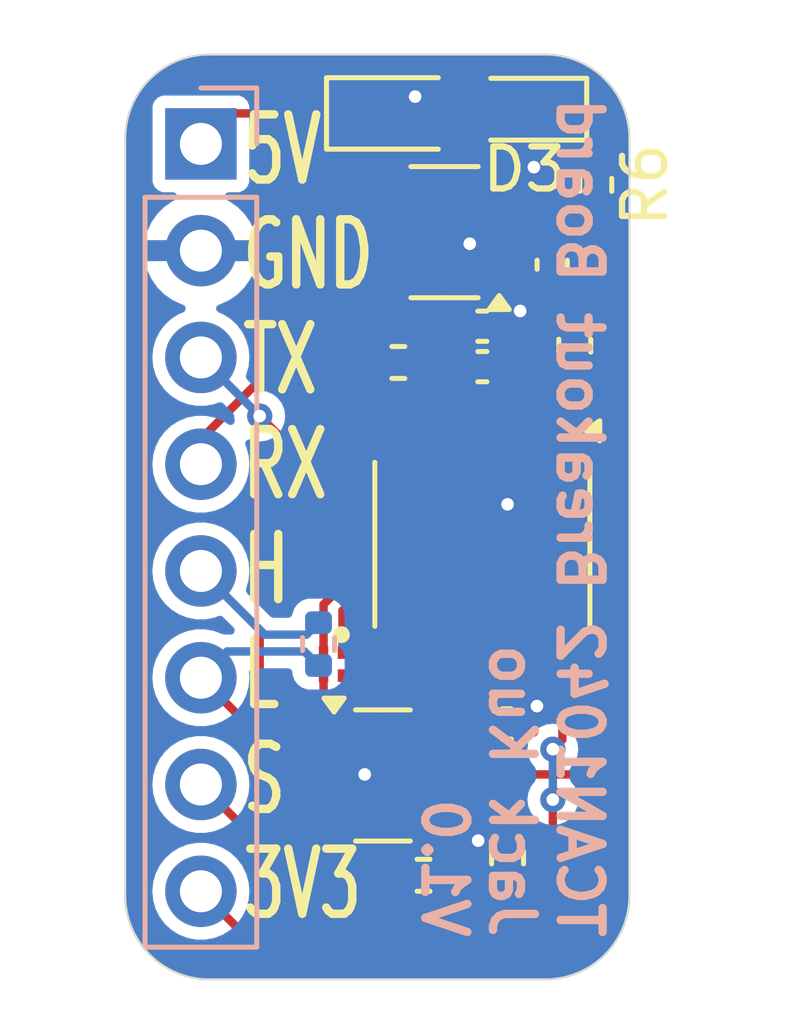
<source format=kicad_pcb>
(kicad_pcb (version 20240108) (generator "pcbnew") (generator_version "8.0")
  (title_block (title "TCAN1042 Breakout Board") (date "2024-11-18") (rev "1.0") (company "NTURacing") (comment 1 "Jack Kuo"))
  (layers (0 "F.Cu" signal) (31 "B.Cu" signal) (34 "B.Paste" user) (35 "F.Paste" user) (36 "B.SilkS" user "B.Silkscreen") (37 "F.SilkS" user "F.Silkscreen") (38 "B.Mask" user) (39 "F.Mask" user) (44 "Edge.Cuts" user))
  (net 0 "")
  (net 1 "GND")
  (net 2 "+5V")
  (net 3 "+3V3")
  (net 4 "/CANL")
  (net 5 "/CANH")
  (net 6 "Net-(U1-CANH)")
  (net 7 "Net-(U1-CANL)")
  (net 8 "/CAN_RX")
  (net 9 "/CAN_TX")
  (net 10 "/CAN_STB")
  (net 11 "Net-(U1-TXD)")
  (net 12 "Net-(U1-RXD)")
  (net 13 "Net-(U1-STB)")
  (net 14 "Net-(D3-K)")
  (footprint "LED_SMD:LED_0603_1608Metric" (layer "F.Cu") (at 104.5 51.3 180)
    (property "Reference" "D3" (at 0 -1.43 0) (layer "F.SilkS"))
    (property "Value" "RED LED")
    (fp_line (start 0.8 -0.735) (end -1.485 -0.735) (stroke (width 0.12)) (layer "F.SilkS"))
    (fp_line (start -1.485 0.735) (end 0.8 0.735) (stroke (width 0.12)) (layer "F.SilkS"))
    (fp_line (start -1.485 -0.735) (end -1.485 0.735) (stroke (width 0.12)) (layer "F.SilkS"))
    (pad "1" smd roundrect (at -0.7875 0 180) (size 0.875 0.95) (layers "F.Cu" "F.Paste" "F.Mask") (net 14 "Net-(D3-K)"))
    (pad "2" smd roundrect (at 0.7875 0 180) (size 0.875 0.95) (layers "F.Cu" "F.Paste" "F.Mask") (net 2 "+5V"))
  )
  (footprint "Capacitor_SMD:C_0402_1005Metric" (layer "F.Cu") (at 105.1625 55 90)
    (property "Reference" "C4" (hide yes))
    (property "Value" "1u")
    (fp_line (start -0.107836 -0.36) (end 0.107836 -0.36) (stroke (width 0.12)) (layer "F.SilkS"))
    (fp_line (start -0.107836 0.36) (end 0.107836 0.36) (stroke (width 0.12)) (layer "F.SilkS"))
    (pad "1" smd roundrect (at -0.48 0 90) (size 0.56 0.62) (layers "F.Cu" "F.Paste" "F.Mask") (net 1 "GND"))
    (pad "2" smd roundrect (at 0.48 0 90) (size 0.56 0.62) (layers "F.Cu" "F.Paste" "F.Mask") (net 3 "+3V3"))
  )
  (footprint "SamacSys_Parts_EP6:EXCX4CE900U" (layer "F.Cu") (at 99.945 64.5 180)
    (property "Reference" "FL1" (hide yes))
    (property "Value" "EXCX4CE900U" (hide yes))
    (fp_line (start -0.1 0.7) (end -0.1 0.7) (stroke (width 0.2)) (layer "F.SilkS"))
    (fp_line (start -0.3 0.7) (end -0.3 0.7) (stroke (width 0.2)) (layer "F.SilkS"))
    (fp_arc (start -0.1 0.7) (mid -0.2 0.8) (end -0.3 0.7) (stroke (width 0.2)) (layer "F.SilkS"))
    (fp_arc (start -0.3 0.7) (mid -0.2 0.6) (end -0.1 0.7) (stroke (width 0.2)) (layer "F.SilkS"))
    (pad "1" smd rect (at -0.225 0.275 180) (size 0.225 0.3) (layers "F.Cu" "F.Paste" "F.Mask") (net 7 "Net-(U1-CANL)"))
    (pad "2" smd rect (at 0.225 0.275 180) (size 0.225 0.3) (layers "F.Cu" "F.Paste" "F.Mask") (net 6 "Net-(U1-CANH)"))
    (pad "3" smd rect (at 0.225 -0.275 180) (size 0.225 0.3) (layers "F.Cu" "F.Paste" "F.Mask") (net 5 "/CANH"))
    (pad "4" smd rect (at -0.225 -0.275 180) (size 0.225 0.3) (layers "F.Cu" "F.Paste" "F.Mask") (net 4 "/CANL"))
  )
  (footprint "Capacitor_SMD:C_0402_1005Metric" (layer "F.Cu") (at 103.5 57.425)
    (property "Reference" "C1" (hide yes))
    (property "Value" "0u1")
    (fp_line (start -0.107836 -0.36) (end 0.107836 -0.36) (stroke (width 0.12)) (layer "F.SilkS"))
    (fp_line (start -0.107836 0.36) (end 0.107836 0.36) (stroke (width 0.12)) (layer "F.SilkS"))
    (pad "1" smd roundrect (at -0.48 0) (size 0.56 0.62) (layers "F.Cu" "F.Paste" "F.Mask") (net 2 "+5V"))
    (pad "2" smd roundrect (at 0.48 0) (size 0.56 0.62) (layers "F.Cu" "F.Paste" "F.Mask") (net 1 "GND"))
  )
  (footprint "Package_TO_SOT_SMD:SOT-23" (layer "F.Cu") (at 101.1325 67.15)
    (property "Reference" "D1" (hide yes))
    (property "Value" "NUP2105L")
    (fp_line (start 0 -1.56) (end -0.65 -1.56) (stroke (width 0.12)) (layer "F.SilkS"))
    (fp_line (start 0 -1.56) (end 0.65 -1.56) (stroke (width 0.12)) (layer "F.SilkS"))
    (fp_line (start 0 1.56) (end -0.65 1.56) (stroke (width 0.12)) (layer "F.SilkS"))
    (fp_line (start 0 1.56) (end 0.65 1.56) (stroke (width 0.12)) (layer "F.SilkS"))
    (fp_poly (pts (xy -1.1625 -1.51) (xy -1.4025 -1.84) (xy -0.9225 -1.84) (xy -1.1625 -1.51)) (stroke (width 0.12)) (fill solid) (layer "F.SilkS"))
    (pad "1" smd roundrect (at -0.9375 -0.95) (size 1.475 0.6) (layers "F.Cu" "F.Paste" "F.Mask") (net 5 "/CANH"))
    (pad "2" smd roundrect (at -0.9375 0.95) (size 1.475 0.6) (layers "F.Cu" "F.Paste" "F.Mask") (net 4 "/CANL"))
    (pad "3" smd roundrect (at 0.9375 0) (size 1.475 0.6) (layers "F.Cu" "F.Paste" "F.Mask") (net 1 "GND"))
  )
  (footprint "Resistor_SMD:R_0402_1005Metric" (layer "F.Cu") (at 102.1 69.525)
    (property "Reference" "R3" (hide yes))
    (property "Value" "100R")
    (fp_line (start -0.153641 -0.38) (end 0.153641 -0.38) (stroke (width 0.12)) (layer "F.SilkS"))
    (fp_line (start -0.153641 0.38) (end 0.153641 0.38) (stroke (width 0.12)) (layer "F.SilkS"))
    (pad "1" smd roundrect (at -0.51 0) (size 0.54 0.64) (layers "F.Cu" "F.Paste" "F.Mask") (net 10 "/CAN_STB"))
    (pad "2" smd roundrect (at 0.51 0) (size 0.54 0.64) (layers "F.Cu" "F.Paste" "F.Mask") (net 13 "Net-(U1-STB)"))
  )
  (footprint "Capacitor_SMD:C_0402_1005Metric" (layer "F.Cu") (at 103.5 56.4625 180)
    (property "Reference" "C3" (hide yes))
    (property "Value" "1u")
    (fp_line (start -0.107836 0.36) (end 0.107836 0.36) (stroke (width 0.12)) (layer "F.SilkS"))
    (fp_line (start -0.107836 -0.36) (end 0.107836 -0.36) (stroke (width 0.12)) (layer "F.SilkS"))
    (pad "1" smd roundrect (at -0.48 0 180) (size 0.56 0.62) (layers "F.Cu" "F.Paste" "F.Mask") (net 1 "GND"))
    (pad "2" smd roundrect (at 0.48 0 180) (size 0.56 0.62) (layers "F.Cu" "F.Paste" "F.Mask") (net 2 "+5V"))
  )
  (footprint "Package_SO:SOIC-8_3.9x4.9mm_P1.27mm" (layer "F.Cu") (at 103.5 61.65 -90)
    (property "Reference" "U1" (hide yes))
    (property "Value" "TCAN1042VDRQ1")
    (fp_line (start 0 2.56) (end -1.95 2.56) (stroke (width 0.12)) (layer "F.SilkS"))
    (fp_line (start 0 2.56) (end 1.95 2.56) (stroke (width 0.12)) (layer "F.SilkS"))
    (fp_line (start 0 -2.56) (end -1.95 -2.56) (stroke (width 0.12)) (layer "F.SilkS"))
    (fp_line (start 0 -2.56) (end 1.95 -2.56) (stroke (width 0.12)) (layer "F.SilkS"))
    (fp_poly (pts (xy -2.7 -2.465) (xy -2.94 -2.795) (xy -2.46 -2.795) (xy -2.7 -2.465)) (stroke (width 0.12)) (fill solid) (layer "F.SilkS"))
    (pad "1" smd roundrect (at -2.475 -1.905 270) (size 1.95 0.6) (layers "F.Cu" "F.Paste" "F.Mask") (net 11 "Net-(U1-TXD)"))
    (pad "2" smd roundrect (at -2.475 -0.635 270) (size 1.95 0.6) (layers "F.Cu" "F.Paste" "F.Mask") (net 1 "GND"))
    (pad "3" smd roundrect (at -2.475 0.635 270) (size 1.95 0.6) (layers "F.Cu" "F.Paste" "F.Mask") (net 2 "+5V"))
    (pad "4" smd roundrect (at -2.475 1.905 270) (size 1.95 0.6) (layers "F.Cu" "F.Paste" "F.Mask") (net 12 "Net-(U1-RXD)"))
    (pad "5" smd roundrect (at 2.475 1.905 270) (size 1.95 0.6) (layers "F.Cu" "F.Paste" "F.Mask") (net 3 "+3V3"))
    (pad "6" smd roundrect (at 2.475 0.635 270) (size 1.95 0.6) (layers "F.Cu" "F.Paste" "F.Mask") (net 7 "Net-(U1-CANL)"))
    (pad "7" smd roundrect (at 2.475 -0.635 270) (size 1.95 0.6) (layers "F.Cu" "F.Paste" "F.Mask") (net 6 "Net-(U1-CANH)"))
    (pad "8" smd roundrect (at 2.475 -1.905 270) (size 1.95 0.6) (layers "F.Cu" "F.Paste" "F.Mask") (net 13 "Net-(U1-STB)"))
  )
  (footprint "Resistor_SMD:R_0402_1005Metric" (layer "F.Cu") (at 104.1 69.1 90)
    (property "Reference" "R5" (hide yes))
    (property "Value" "100k")
    (fp_line (start -0.153641 -0.38) (end 0.153641 -0.38) (stroke (width 0.12)) (layer "F.SilkS"))
    (fp_line (start -0.153641 0.38) (end 0.153641 0.38) (stroke (width 0.12)) (layer "F.SilkS"))
    (pad "1" smd roundrect (at -0.51 0 90) (size 0.54 0.64) (layers "F.Cu" "F.Paste" "F.Mask") (net 13 "Net-(U1-STB)"))
    (pad "2" smd roundrect (at 0.51 0 90) (size 0.54 0.64) (layers "F.Cu" "F.Paste" "F.Mask") (net 1 "GND"))
  )
  (footprint "Resistor_SMD:R_0402_1005Metric" (layer "F.Cu") (at 101.5 57.325)
    (property "Reference" "R2" (hide yes))
    (property "Value" "100R")
    (fp_line (start -0.153641 -0.38) (end 0.153641 -0.38) (stroke (width 0.12)) (layer "F.SilkS"))
    (fp_line (start -0.153641 0.38) (end 0.153641 0.38) (stroke (width 0.12)) (layer "F.SilkS"))
    (pad "1" smd roundrect (at -0.51 0) (size 0.54 0.64) (layers "F.Cu" "F.Paste" "F.Mask") (net 8 "/CAN_RX"))
    (pad "2" smd roundrect (at 0.51 0) (size 0.54 0.64) (layers "F.Cu" "F.Paste" "F.Mask") (net 12 "Net-(U1-RXD)"))
  )
  (footprint "Resistor_SMD:R_0402_1005Metric" (layer "F.Cu") (at 106.2 53.1 -90)
    (property "Reference" "R6" (at 0 -1.17 90) (layer "F.SilkS"))
    (property "Value" "1k")
    (fp_line (start -0.153641 0.38) (end 0.153641 0.38) (stroke (width 0.12)) (layer "F.SilkS"))
    (fp_line (start -0.153641 -0.38) (end 0.153641 -0.38) (stroke (width 0.12)) (layer "F.SilkS"))
    (pad "1" smd roundrect (at -0.51 0 270) (size 0.54 0.64) (layers "F.Cu" "F.Paste" "F.Mask") (net 14 "Net-(D3-K)"))
    (pad "2" smd roundrect (at 0.51 0 270) (size 0.54 0.64) (layers "F.Cu" "F.Paste" "F.Mask") (net 1 "GND"))
  )
  (footprint "Resistor_SMD:R_0402_1005Metric" (layer "F.Cu") (at 105.7 56.925 -90)
    (property "Reference" "R1" (hide yes))
    (property "Value" "100R")
    (fp_line (start -0.153641 0.38) (end 0.153641 0.38) (stroke (width 0.12)) (layer "F.SilkS"))
    (fp_line (start -0.153641 -0.38) (end 0.153641 -0.38) (stroke (width 0.12)) (layer "F.SilkS"))
    (pad "1" smd roundrect (at -0.51 0 270) (size 0.54 0.64) (layers "F.Cu" "F.Paste" "F.Mask") (net 9 "/CAN_TX"))
    (pad "2" smd roundrect (at 0.51 0 270) (size 0.54 0.64) (layers "F.Cu" "F.Paste" "F.Mask") (net 11 "Net-(U1-TXD)"))
  )
  (footprint "Package_TO_SOT_SMD:SOT-23-3" (layer "F.Cu") (at 102.6 54.225 180)
    (property "Reference" "U2" (hide yes))
    (property "Value" "XC6206P332MR-G")
    (fp_line (start 0 1.56) (end 0.8 1.56) (stroke (width 0.12)) (layer "F.SilkS"))
    (fp_line (start 0 1.56) (end -0.8 1.56) (stroke (width 0.12)) (layer "F.SilkS"))
    (fp_line (start 0 -1.56) (end 0.8 -1.56) (stroke (width 0.12)) (layer "F.SilkS"))
    (fp_line (start 0 -1.56) (end -0.8 -1.56) (stroke (width 0.12)) (layer "F.SilkS"))
    (fp_poly (pts (xy -1.3 -1.51) (xy -1.54 -1.84) (xy -1.06 -1.84) (xy -1.3 -1.51)) (stroke (width 0.12)) (fill solid) (layer "F.SilkS"))
    (pad "1" smd roundrect (at -1.1375 -0.95 180) (size 1.325 0.6) (layers "F.Cu" "F.Paste" "F.Mask") (net 1 "GND"))
    (pad "2" smd roundrect (at -1.1375 0.95 180) (size 1.325 0.6) (layers "F.Cu" "F.Paste" "F.Mask") (net 3 "+3V3"))
    (pad "3" smd roundrect (at 1.1375 0 180) (size 1.325 0.6) (layers "F.Cu" "F.Paste" "F.Mask") (net 2 "+5V"))
  )
  (footprint "Capacitor_SMD:C_0402_1005Metric" (layer "F.Cu") (at 104.08 65.925)
    (property "Reference" "C2" (hide yes))
    (property "Value" "0u1")
    (fp_line (start -0.107836 -0.36) (end 0.107836 -0.36) (stroke (width 0.12)) (layer "F.SilkS"))
    (fp_line (start -0.107836 0.36) (end 0.107836 0.36) (stroke (width 0.12)) (layer "F.SilkS"))
    (pad "1" smd roundrect (at -0.48 0) (size 0.56 0.62) (layers "F.Cu" "F.Paste" "F.Mask") (net 3 "+3V3"))
    (pad "2" smd roundrect (at 0.48 0) (size 0.56 0.62) (layers "F.Cu" "F.Paste" "F.Mask") (net 1 "GND"))
  )
  (footprint "Diode_SMD:D_SOD-323" (layer "F.Cu") (at 101.4 51.4)
    (property "Reference" "D2" (hide yes))
    (property "Value" "BZT52B5V6S C19077435")
    (fp_line (start -1.61 -0.85) (end -1.61 0.85) (stroke (width 0.12)) (layer "F.SilkS"))
    (fp_line (start -1.61 -0.85) (end 1.05 -0.85) (stroke (width 0.12)) (layer "F.SilkS"))
    (fp_line (start -1.61 0.85) (end 1.05 0.85) (stroke (width 0.12)) (layer "F.SilkS"))
    (pad "1" smd roundrect (at -1.05 0) (size 0.6 0.45) (layers "F.Cu" "F.Paste" "F.Mask") (net 2 "+5V"))
    (pad "2" smd roundrect (at 1.05 0) (size 0.6 0.45) (layers "F.Cu" "F.Paste" "F.Mask") (net 1 "GND"))
  )
  (footprint "Resistor_SMD:R_0402_1005Metric" (layer "B.Cu") (at 99.6 64.025 -90)
    (property "Reference" "R4" (hide yes))
    (property "Value" "120R")
    (fp_line (start 0.153641 0.38) (end -0.153641 0.38) (stroke (width 0.12)) (layer "B.SilkS"))
    (fp_line (start 0.153641 -0.38) (end -0.153641 -0.38) (stroke (width 0.12)) (layer "B.SilkS"))
    (pad "1" smd roundrect (at -0.51 0 270) (size 0.54 0.64) (layers "B.Cu" "B.Paste" "B.Mask") (net 5 "/CANH"))
    (pad "2" smd roundrect (at 0.51 0 270) (size 0.54 0.64) (layers "B.Cu" "B.Paste" "B.Mask") (net 4 "/CANL"))
  )
  (footprint "Connector_PinHeader_2.54mm:PinHeader_1x08_P2.54mm_Vertical" (layer "B.Cu") (at 96.8 52.125 180)
    (property "Reference" "J1" (hide yes))
    (property "Value" "connector")
    (fp_line (start 1.33 -1.27) (end -1.33 -1.27) (stroke (width 0.12)) (layer "B.SilkS"))
    (fp_line (start 1.33 -19.11) (end 1.33 -1.27) (stroke (width 0.12)) (layer "B.SilkS"))
    (fp_line (start 1.33 -19.11) (end -1.33 -19.11) (stroke (width 0.12)) (layer "B.SilkS"))
    (fp_line (start 0 1.33) (end -1.33 1.33) (stroke (width 0.12)) (layer "B.SilkS"))
    (fp_line (start -1.33 1.33) (end -1.33 0) (stroke (width 0.12)) (layer "B.SilkS"))
    (fp_line (start -1.33 -19.11) (end -1.33 -1.27) (stroke (width 0.12)) (layer "B.SilkS"))
    (pad "1" thru_hole rect (at 0 0 180) (size 1.7 1.7) (drill 1) (layers "*.Cu" "*.Mask") (net 2 "+5V"))
    (pad "2" thru_hole oval (at 0 -2.54 180) (size 1.7 1.7) (drill 1) (layers "*.Cu" "*.Mask") (net 1 "GND"))
    (pad "3" thru_hole oval (at 0 -5.08 180) (size 1.7 1.7) (drill 1) (layers "*.Cu" "*.Mask") (net 9 "/CAN_TX"))
    (pad "4" thru_hole oval (at 0 -7.62 180) (size 1.7 1.7) (drill 1) (layers "*.Cu" "*.Mask") (net 8 "/CAN_RX"))
    (pad "5" thru_hole oval (at 0 -10.16 180) (size 1.7 1.7) (drill 1) (layers "*.Cu" "*.Mask") (net 5 "/CANH"))
    (pad "6" thru_hole oval (at 0 -12.7 180) (size 1.7 1.7) (drill 1) (layers "*.Cu" "*.Mask") (net 4 "/CANL"))
    (pad "7" thru_hole oval (at 0 -15.24 180) (size 1.7 1.7) (drill 1) (layers "*.Cu" "*.Mask") (net 10 "/CAN_STB"))
    (pad "8" thru_hole oval (at 0 -17.78 180) (size 1.7 1.7) (drill 1) (layers "*.Cu" "*.Mask") (net 3 "+3V3"))
  )
  (gr_line (start 105 72) (end 97 72) (stroke (width 0.05)) (layer "Edge.Cuts"))
  (gr_line (start 95 70) (end 95 52) (stroke (width 0.05)) (layer "Edge.Cuts"))
  (gr_line (start 107 52) (end 107 70) (stroke (width 0.05)) (layer "Edge.Cuts"))
  (gr_arc (start 107 70) (mid 106.414214 71.414214) (end 105 72) (stroke (width 0.05)) (layer "Edge.Cuts"))
  (gr_arc (start 97 72) (mid 95.585786 71.414214) (end 95 70) (stroke (width 0.05)) (layer "Edge.Cuts"))
  (gr_arc (start 105 50) (mid 106.414214 50.585786) (end 107 52) (stroke (width 0.05)) (layer "Edge.Cuts"))
  (gr_line (start 97 50) (end 105 50) (stroke (width 0.05)) (layer "Edge.Cuts"))
  (gr_arc (start 95 52) (mid 95.585786 50.585786) (end 97 50) (stroke (width 0.05)) (layer "Edge.Cuts"))
  (gr_text "TCAN1042 Breakout Board\nJack Kuo \nV1.0" (at 106.4 71.1 -90) (layer "B.SilkS") (effects (font (size 1 1) (thickness 0.2) (bold yes)) (justify left top mirror)))
  (gr_text "5V\nGND\nTX\nRX\nH\nL\nS\n3V3" (at 97.7 61 0) (layer "F.SilkS") (effects (font (size 1.55 1) (thickness 0.2) (bold yes)) (justify left)))
  (segment (start 103.98 55.4175) (end 103.7375 55.175) (width 0.2) (layer "F.Cu") (net 1))
  (segment (start 104.135 59.175) (end 104.135 60.665) (width 0.2) (layer "F.Cu") (net 1))
  (segment (start 103.99 68.7) (end 104.1 68.59) (width 0.2) (layer "F.Cu") (net 1))
  (segment (start 105.657771 53.61) (end 104.726248 52.678477) (width 0.2) (layer "F.Cu") (net 1))
  (segment (start 103.4 68.7) (end 103.99 68.7) (width 0.2) (layer "F.Cu") (net 1))
  (segment (start 103.7375 55.175) (end 103.7375 55.0375) (width 0.2) (layer "F.Cu") (net 1))
  (segment (start 103.98 59.02) (end 104.135 59.175) (width 0.2) (layer "F.Cu") (net 1))
  (segment (start 102.07 67.15) (end 100.725 67.15) (width 0.2) (layer "F.Cu") (net 1))
  (segment (start 103.98 56.4625) (end 103.98 55.4175) (width 0.2) (layer "F.Cu") (net 1))
  (segment (start 104.8 65.5) (end 104.8 65.685) (width 0.2) (layer "F.Cu") (net 1))
  (segment (start 101.9 51) (end 102.05 51) (width 0.2) (layer "F.Cu") (net 1))
  (segment (start 103.98 57.425) (end 103.98 59.02) (width 0.2) (layer "F.Cu") (net 1))
  (segment (start 103.98 56.4625) (end 104.0375 56.4625) (width 0.2) (layer "F.Cu") (net 1))
  (segment (start 104.8575 55.175) (end 103.7375 55.175) (width 0.2) (layer "F.Cu") (net 1))
  (segment (start 106.2 53.61) (end 105.657771 53.61) (width 0.2) (layer "F.Cu") (net 1))
  (segment (start 105.1625 55.48) (end 104.8575 55.175) (width 0.2) (layer "F.Cu") (net 1))
  (segment (start 102.05 51) (end 102.45 51.4) (width 0.2) (layer "F.Cu") (net 1))
  (segment (start 103.7375 55.0375) (end 103.2 54.5) (width 0.2) (layer "F.Cu") (net 1))
  (segment (start 103.98 56.4625) (end 103.98 57.425) (width 0.2) (layer "F.Cu") (net 1))
  (segment (start 104.135 60.665) (end 104.1 60.7) (width 0.2) (layer "F.Cu") (net 1))
  (segment (start 100.725 67.15) (end 100.7 67.125) (width 0.2) (layer "F.Cu") (net 1))
  (segment (start 104.8 65.685) (end 104.56 65.925) (width 0.2) (layer "F.Cu") (net 1))
  (segment (start 104.0375 56.4625) (end 104.4 56.1) (width 0.2) (layer "F.Cu") (net 1))
  (via (at 104.726248 52.678477) (size 0.6) (drill 0.3) (layers "F.Cu" "B.Cu") (net 1))
  (via (at 103.4 68.7) (size 0.6) (drill 0.3) (layers "F.Cu" "B.Cu") (net 1))
  (via (at 100.7 67.125) (size 0.6) (drill 0.3) (layers "F.Cu" "B.Cu") (net 1))
  (via (at 101.9 51) (size 0.6) (drill 0.3) (layers "F.Cu" "B.Cu") (net 1))
  (via (at 103.2 54.5) (size 0.6) (drill 0.3) (layers "F.Cu" "B.Cu") (net 1))
  (via (at 104.4 56.1) (size 0.6) (drill 0.3) (layers "F.Cu" "B.Cu") (net 1))
  (via (at 104.8 65.5) (size 0.6) (drill 0.3) (layers "F.Cu" "B.Cu") (net 1))
  (via (at 104.1 60.7) (size 0.6) (drill 0.3) (layers "F.Cu" "B.Cu") (net 1))
  (segment (start 102.865 59.175) (end 102.865 57.58) (width 0.2) (layer "F.Cu") (net 2))
  (segment (start 103.02 57.425) (end 103.02 56.4625) (width 0.2) (layer "F.Cu") (net 2))
  (segment (start 103.7125 51.975) (end 101.4625 54.225) (width 0.2) (layer "F.Cu") (net 2))
  (segment (start 100.35 51.4) (end 101.4625 52.5125) (width 0.2) (layer "F.Cu") (net 2))
  (segment (start 103.02 56.045) (end 103.02 56.4625) (width 0.2) (layer "F.Cu") (net 2))
  (segment (start 101.4625 52.5125) (end 101.4625 54.225) (width 0.2) (layer "F.Cu") (net 2))
  (segment (start 97.525 51.4) (end 100.35 51.4) (width 0.2) (layer "F.Cu") (net 2))
  (segment (start 101.4625 54.225) (end 101.4625 54.4875) (width 0.2) (layer "F.Cu") (net 2))
  (segment (start 96.8 52.125) (end 97.525 51.4) (width 0.2) (layer "F.Cu") (net 2))
  (segment (start 103.7125 51.3) (end 103.7125 51.975) (width 0.2) (layer "F.Cu") (net 2))
  (segment (start 102.865 57.58) (end 103.02 57.425) (width 0.2) (layer "F.Cu") (net 2))
  (segment (start 101.4625 54.4875) (end 103.02 56.045) (width 0.2) (layer "F.Cu") (net 2))
  (segment (start 105.675 67.125) (end 104.025 67.125) (width 0.2) (layer "F.Cu") (net 3))
  (segment (start 97.65 70.755) (end 104.445 70.755) (width 0.2) (layer "F.Cu") (net 3))
  (segment (start 102.525001 65.925) (end 101.595 64.994999) (width 0.2) (layer "F.Cu") (net 3))
  (segment (start 106.4 55.7575) (end 105.1625 54.52) (width 0.2) (layer "F.Cu") (net 3))
  (segment (start 106.4 66.4) (end 106.4 55.7575) (width 0.2) (layer "F.Cu") (net 3))
  (segment (start 106.1 69.1) (end 106.1 67.55) (width 0.2) (layer "F.Cu") (net 3))
  (segment (start 104.025 67.125) (end 103.6 66.7) (width 0.2) (layer "F.Cu") (net 3))
  (segment (start 103.6 66.7) (end 103.6 65.925) (width 0.2) (layer "F.Cu") (net 3))
  (segment (start 103.6 65.925) (end 102.525001 65.925) (width 0.2) (layer "F.Cu") (net 3))
  (segment (start 101.595 64.994999) (end 101.595 64.125) (width 0.2) (layer "F.Cu") (net 3))
  (segment (start 103.9175 53.275) (end 105.1625 54.52) (width 0.2) (layer "F.Cu") (net 3))
  (segment (start 103.7375 53.275) (end 103.9175 53.275) (width 0.2) (layer "F.Cu") (net 3))
  (segment (start 106.1 67.55) (end 105.675 67.125) (width 0.2) (layer "F.Cu") (net 3))
  (segment (start 104.445 70.755) (end 106.1 69.1) (width 0.2) (layer "F.Cu") (net 3))
  (segment (start 105.675 67.125) (end 106.4 66.4) (width 0.2) (layer "F.Cu") (net 3))
  (segment (start 96.8 69.905) (end 97.65 70.755) (width 0.2) (layer "F.Cu") (net 3))
  (segment (start 98.975 66.6) (end 98.575 66.6) (width 0.2) (layer "F.Cu") (net 4))
  (segment (start 102.848052 66.55) (end 103.1075 66.809448) (width 0.2) (layer "F.Cu") (net 4))
  (segment (start 100.195 67.82) (end 98.975 66.6) (width 0.2) (layer "F.Cu") (net 4))
  (segment (start 100.17 64.775) (end 101.945 66.55) (width 0.2) (layer "F.Cu") (net 4))
  (segment (start 103.1075 66.809448) (end 103.1075 67.7175) (width 0.2) (layer "F.Cu") (net 4))
  (segment (start 101.945 66.55) (end 102.848052 66.55) (width 0.2) (layer "F.Cu") (net 4))
  (segment (start 100.195 68.1) (end 100.195 67.82) (width 0.2) (layer "F.Cu") (net 4))
  (segment (start 98.575 66.6) (end 96.8 64.825) (width 0.2) (layer "F.Cu") (net 4))
  (segment (start 102.725 68.1) (end 100.195 68.1) (width 0.2) (layer "F.Cu") (net 4))
  (segment (start 103.1075 67.7175) (end 102.725 68.1) (width 0.2) (layer "F.Cu") (net 4))
  (segment (start 97.425 64.2) (end 96.8 64.825) (width 0.2) (layer "B.Cu") (net 4))
  (segment (start 99.6 64.535) (end 99.265 64.2) (width 0.2) (layer "B.Cu") (net 4))
  (segment (start 99.265 64.2) (end 97.425 64.2) (width 0.2) (layer "B.Cu") (net 4))
  (segment (start 100.195 66.2) (end 98.875 66.2) (width 0.2) (layer "F.Cu") (net 5))
  (segment (start 99.72 65.235) (end 99.72 64.775) (width 0.2) (layer "F.Cu") (net 5))
  (segment (start 98.2 63.685) (end 96.8 62.285) (width 0.2) (layer "F.Cu") (net 5))
  (segment (start 100.195 66.2) (end 100.195 65.71) (width 0.2) (layer "F.Cu") (net 5))
  (segment (start 98.875 66.2) (end 98.2 65.525) (width 0.2) (layer "F.Cu") (net 5))
  (segment (start 100.195 65.71) (end 99.72 65.235) (width 0.2) (layer "F.Cu") (net 5))
  (segment (start 98.2 65.525) (end 98.2 63.685) (width 0.2) (layer "F.Cu") (net 5))
  (segment (start 98.315 63.8) (end 96.8 62.285) (width 0.2) (layer "B.Cu") (net 5))
  (segment (start 99.6 63.515) (end 99.315 63.8) (width 0.2) (layer "B.Cu") (net 5))
  (segment (start 99.315 63.8) (end 98.315 63.8) (width 0.2) (layer "B.Cu") (net 5))
  (segment (start 99.72 63.08) (end 100.35 62.45) (width 0.2) (layer "F.Cu") (net 6))
  (segment (start 104.135 63.56) (end 104.135 64.125) (width 0.2) (layer "F.Cu") (net 6))
  (segment (start 99.72 64.225) (end 99.72 63.08) (width 0.2) (layer "F.Cu") (net 6))
  (segment (start 103.025 62.45) (end 104.135 63.56) (width 0.2) (layer "F.Cu") (net 6))
  (segment (start 100.35 62.45) (end 103.025 62.45) (width 0.2) (layer "F.Cu") (net 6))
  (segment (start 100.55 62.85) (end 100.17 63.23) (width 0.2) (layer "F.Cu") (net 7))
  (segment (start 100.17 63.23) (end 100.17 64.225) (width 0.2) (layer "F.Cu") (net 7))
  (segment (start 102.885 64.105) (end 102.885 63.61) (width 0.2) (layer "F.Cu") (net 7))
  (segment (start 102.885 63.61) (end 102.125 62.85) (width 0.2) (layer "F.Cu") (net 7))
  (segment (start 102.125 62.85) (end 100.55 62.85) (width 0.2) (layer "F.Cu") (net 7))
  (segment (start 102.865 64.125) (end 102.885 64.105) (width 0.2) (layer "F.Cu") (net 7))
  (segment (start 100.99 57.325) (end 98.625 57.325) (width 0.2) (layer "F.Cu") (net 8))
  (segment (start 96.8 59.15) (end 96.8 59.745) (width 0.2) (layer "F.Cu") (net 8))
  (segment (start 98.625 57.325) (end 96.8 59.15) (width 0.2) (layer "F.Cu") (net 8))
  (segment (start 105.7 56.415) (end 104.805 57.31) (width 0.2) (layer "F.Cu") (net 9))
  (segment (start 104.805 60.843529) (end 104.348529 61.3) (width 0.2) (layer "F.Cu") (net 9))
  (segment (start 104.348529 61.3) (end 100.9 61.3) (width 0.2) (layer "F.Cu") (net 9))
  (segment (start 104.805 57.31) (end 104.805 60.843529) (width 0.2) (layer "F.Cu") (net 9))
  (segment (start 100.9 61.3) (end 98.2 58.6) (width 0.2) (layer "F.Cu") (net 9))
  (via (at 98.2 58.6) (size 0.6) (drill 0.3) (layers "F.Cu" "B.Cu") (net 9))
  (segment (start 96.805 57.205) (end 98.2 58.6) (width 0.2) (layer "B.Cu") (net 9))
  (segment (start 96.8 57.205) (end 96.805 57.205) (width 0.2) (layer "B.Cu") (net 9))
  (segment (start 101.59 69.525) (end 98.96 69.525) (width 0.2) (layer "F.Cu") (net 10))
  (segment (start 98.96 69.525) (end 96.8 67.365) (width 0.2) (layer "F.Cu") (net 10))
  (segment (start 105.7 57.435) (end 105.405 57.73) (width 0.2) (layer "F.Cu") (net 11))
  (segment (start 105.405 57.73) (end 105.405 59.175) (width 0.2) (layer "F.Cu") (net 11))
  (segment (start 101.595 57.74) (end 102.01 57.325) (width 0.2) (layer "F.Cu") (net 12))
  (segment (start 101.595 59.175) (end 101.595 57.74) (width 0.2) (layer "F.Cu") (net 12))
  (segment (start 102.61 69.525) (end 104.015 69.525) (width 0.2) (layer "F.Cu") (net 13))
  (segment (start 104.015 69.525) (end 104.1 69.61) (width 0.2) (layer "F.Cu") (net 13))
  (segment (start 105.177386 67.725) (end 105.177386 68.532614) (width 0.2) (layer "F.Cu") (net 13))
  (segment (start 105.177386 68.532614) (end 104.1 69.61) (width 0.2) (layer "F.Cu") (net 13))
  (segment (start 105.405 66.297386) (end 105.405 64.125) (width 0.2) (layer "F.Cu") (net 13))
  (segment (start 105.177386 66.525) (end 105.405 66.297386) (width 0.2) (layer "F.Cu") (net 13))
  (via (at 105.177386 67.725) (size 0.6) (drill 0.3) (layers "F.Cu" "B.Cu") (net 13))
  (via (at 105.177386 66.525) (size 0.6) (drill 0.3) (layers "F.Cu" "B.Cu") (net 13))
  (segment (start 105.177386 67.725) (end 105.177386 66.525) (width 0.2) (layer "B.Cu") (net 13))
  (segment (start 106.2 52.59) (end 106.2 52.2125) (width 0.2) (layer "F.Cu") (net 14))
  (segment (start 106.2 52.2125) (end 105.2875 51.3) (width 0.2) (layer "F.Cu") (net 14))
  (zone (net 1) (net_name "GND") (layer "B.Cu") (connect_pads (clearance 0.3)) (min_thickness 0.2) (fill yes (thermal_gap 0.5) (thermal_bridge_width 0.5))
    (polygon (pts (xy 95 50) (xy 107 50) (xy 107 72) (xy 95 72)))
  )
)
</source>
